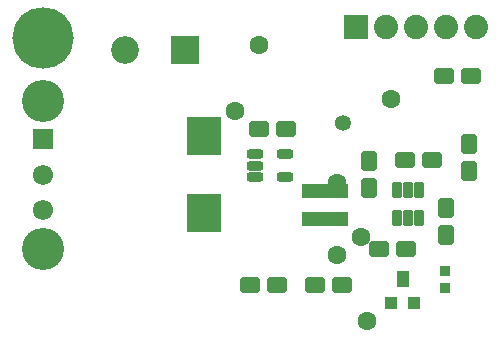
<source format=gbr>
%TF.GenerationSoftware,Altium Limited,Altium Designer,24.0.1 (36)*%
G04 Layer_Color=8388736*
%FSLAX45Y45*%
%MOMM*%
%TF.SameCoordinates,EA0AF7FB-948C-45CD-8237-9CE77542C851*%
%TF.FilePolarity,Negative*%
%TF.FileFunction,Soldermask,Top*%
%TF.Part,Single*%
G01*
G75*
%TA.AperFunction,SMDPad,CuDef*%
G04:AMPARAMS|DCode=39|XSize=1.624mm|YSize=1.37mm|CornerRadius=0.14525mm|HoleSize=0mm|Usage=FLASHONLY|Rotation=0.000|XOffset=0mm|YOffset=0mm|HoleType=Round|Shape=RoundedRectangle|*
%AMROUNDEDRECTD39*
21,1,1.62400,1.07950,0,0,0.0*
21,1,1.33350,1.37000,0,0,0.0*
1,1,0.29050,0.66675,-0.53975*
1,1,0.29050,-0.66675,-0.53975*
1,1,0.29050,-0.66675,0.53975*
1,1,0.29050,0.66675,0.53975*
%
%ADD39ROUNDEDRECTD39*%
G04:AMPARAMS|DCode=40|XSize=0.862mm|YSize=0.862mm|CornerRadius=0.0881mm|HoleSize=0mm|Usage=FLASHONLY|Rotation=90.000|XOffset=0mm|YOffset=0mm|HoleType=Round|Shape=RoundedRectangle|*
%AMROUNDEDRECTD40*
21,1,0.86200,0.68580,0,0,90.0*
21,1,0.68580,0.86200,0,0,90.0*
1,1,0.17620,0.34290,0.34290*
1,1,0.17620,0.34290,-0.34290*
1,1,0.17620,-0.34290,-0.34290*
1,1,0.17620,-0.34290,0.34290*
%
%ADD40ROUNDEDRECTD40*%
%ADD41R,1.11760X1.11760*%
%ADD42R,1.11760X1.47320*%
%ADD43R,3.90320X1.17320*%
G04:AMPARAMS|DCode=44|XSize=0.8mm|YSize=1.4mm|CornerRadius=0.1025mm|HoleSize=0mm|Usage=FLASHONLY|Rotation=180.000|XOffset=0mm|YOffset=0mm|HoleType=Round|Shape=RoundedRectangle|*
%AMROUNDEDRECTD44*
21,1,0.80000,1.19500,0,0,180.0*
21,1,0.59500,1.40000,0,0,180.0*
1,1,0.20500,-0.29750,0.59750*
1,1,0.20500,0.29750,0.59750*
1,1,0.20500,0.29750,-0.59750*
1,1,0.20500,-0.29750,-0.59750*
%
%ADD44ROUNDEDRECTD44*%
G04:AMPARAMS|DCode=45|XSize=1.624mm|YSize=1.37mm|CornerRadius=0.14525mm|HoleSize=0mm|Usage=FLASHONLY|Rotation=90.000|XOffset=0mm|YOffset=0mm|HoleType=Round|Shape=RoundedRectangle|*
%AMROUNDEDRECTD45*
21,1,1.62400,1.07950,0,0,90.0*
21,1,1.33350,1.37000,0,0,90.0*
1,1,0.29050,0.53975,0.66675*
1,1,0.29050,0.53975,-0.66675*
1,1,0.29050,-0.53975,-0.66675*
1,1,0.29050,-0.53975,0.66675*
%
%ADD45ROUNDEDRECTD45*%
G04:AMPARAMS|DCode=46|XSize=1.4232mm|YSize=0.8032mm|CornerRadius=0.2516mm|HoleSize=0mm|Usage=FLASHONLY|Rotation=0.000|XOffset=0mm|YOffset=0mm|HoleType=Round|Shape=RoundedRectangle|*
%AMROUNDEDRECTD46*
21,1,1.42320,0.30000,0,0,0.0*
21,1,0.92000,0.80320,0,0,0.0*
1,1,0.50320,0.46000,-0.15000*
1,1,0.50320,-0.46000,-0.15000*
1,1,0.50320,-0.46000,0.15000*
1,1,0.50320,0.46000,0.15000*
%
%ADD46ROUNDEDRECTD46*%
%ADD47R,3.00320X3.20320*%
%TA.AperFunction,ComponentPad*%
%ADD48R,1.71820X1.71820*%
%ADD49C,1.71820*%
%ADD50C,3.56320*%
%ADD51C,2.05320*%
%ADD52R,2.05320X2.05320*%
%ADD53R,2.35320X2.35320*%
%ADD54C,2.35320*%
%ADD55C,5.20320*%
%TA.AperFunction,ViaPad*%
%ADD56C,1.60320*%
%ADD57C,1.35320*%
D39*
X2336800Y558800D02*
D03*
X2108200D02*
D03*
X3429000Y863600D02*
D03*
X3200400D02*
D03*
X2882900Y558800D02*
D03*
X2654300D02*
D03*
X2184400Y1879600D02*
D03*
X2413000D02*
D03*
X3748625Y2335201D02*
D03*
X3977225D02*
D03*
X3418425Y1624001D02*
D03*
X3647025D02*
D03*
D40*
X3759200Y679450D02*
D03*
Y539750D02*
D03*
D41*
X3302000Y406400D02*
D03*
X3492500D02*
D03*
D42*
X3398520Y609600D02*
D03*
D43*
X2743660Y1361001D02*
D03*
Y1125001D02*
D03*
D44*
X3348825Y1370001D02*
D03*
X3538825D02*
D03*
Y1130001D02*
D03*
X3443825D02*
D03*
X3348825D02*
D03*
X3443825Y1370001D02*
D03*
D45*
X3113625Y1611301D02*
D03*
Y1382701D02*
D03*
X3763791Y989001D02*
D03*
Y1217601D02*
D03*
X3956931Y1527506D02*
D03*
Y1756106D02*
D03*
D46*
X2399925Y1668201D02*
D03*
Y1478200D02*
D03*
X2150926D02*
D03*
Y1573201D02*
D03*
Y1668201D02*
D03*
D47*
X1720000Y1175000D02*
D03*
Y1825000D02*
D03*
D48*
X350000Y1796415D02*
D03*
D49*
Y1496415D02*
D03*
Y1196415D02*
D03*
D50*
Y2121415D02*
D03*
Y871415D02*
D03*
D51*
X4016000Y2750000D02*
D03*
X3254000D02*
D03*
X3508000D02*
D03*
X3762000D02*
D03*
D52*
X3000000D02*
D03*
D53*
X1554000Y2550000D02*
D03*
D54*
X1046000D02*
D03*
D55*
X350000Y2650000D02*
D03*
D56*
X3098800Y254000D02*
D03*
X2844800Y812800D02*
D03*
Y1422400D02*
D03*
X2184400Y2590800D02*
D03*
X1981200Y2032000D02*
D03*
X3048000Y965200D02*
D03*
X3302000Y2133600D02*
D03*
D57*
X2895600Y1930400D02*
D03*
%TF.MD5,f7f56a03f2407322dce4c4eab5fb8a6b*%
M02*

</source>
